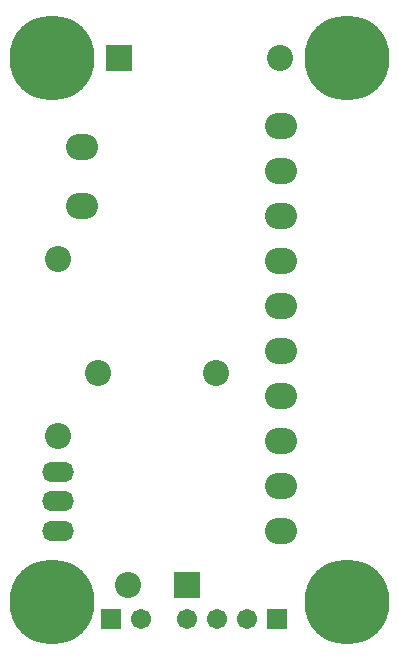
<source format=gts>
G04 Layer_Color=8388736*
%FSAX43Y43*%
%MOMM*%
G71*
G01*
G75*
%ADD36C,7.203*%
%ADD37C,2.203*%
%ADD38R,2.203X2.203*%
%ADD39R,1.703X1.703*%
%ADD40C,1.703*%
%ADD41O,2.703X2.203*%
%ADD42O,2.703X1.703*%
D36*
X0004000Y0050000D02*
D03*
X0029000D02*
D03*
Y0004000D02*
D03*
X0004000Y0004000D02*
D03*
D37*
X0007900Y0023400D02*
D03*
X0017900D02*
D03*
X0010400Y0005400D02*
D03*
X0023300Y0050000D02*
D03*
X0004500Y0018000D02*
D03*
Y0033000D02*
D03*
D38*
X0015400Y0005400D02*
D03*
X0009700Y0050000D02*
D03*
D39*
X0009000Y0002500D02*
D03*
X0023080D02*
D03*
D40*
X0011500D02*
D03*
X0020540D02*
D03*
X0015460D02*
D03*
X0018000D02*
D03*
D41*
X0023400Y0044290D02*
D03*
Y0040480D02*
D03*
Y0036670D02*
D03*
Y0032860D02*
D03*
Y0029050D02*
D03*
Y0025240D02*
D03*
Y0021430D02*
D03*
Y0017620D02*
D03*
Y0013810D02*
D03*
Y0010000D02*
D03*
X0006500Y0042500D02*
D03*
Y0037500D02*
D03*
D42*
X0004500Y0010000D02*
D03*
Y0012500D02*
D03*
Y0015000D02*
D03*
M02*

</source>
